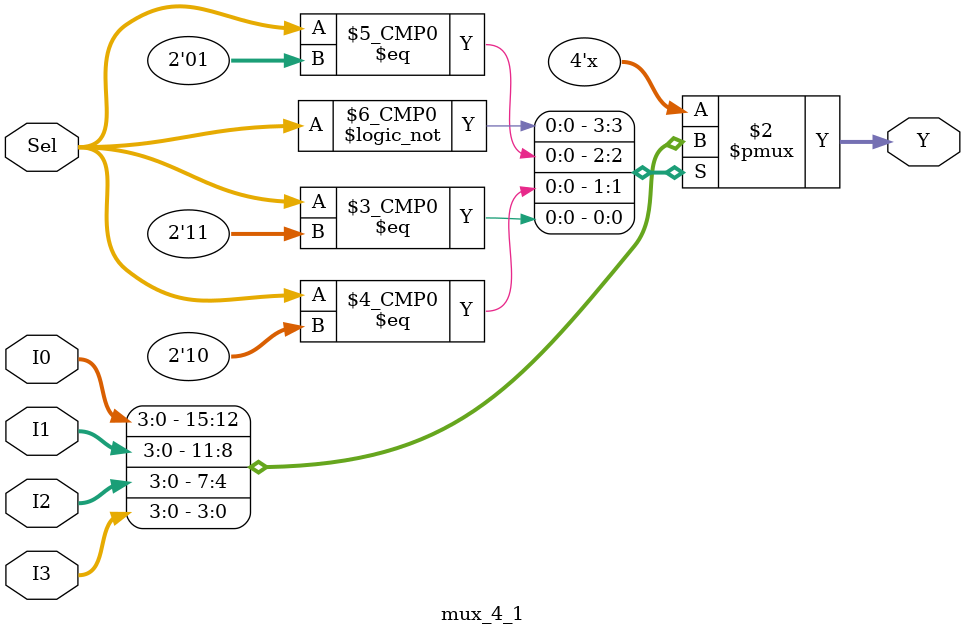
<source format=v>
`timescale 1ns / 1ps

module mux_4_1(
   input [1:0] Sel, 
   input [3:0] I0, 
   input [3:0] I1, 
   input [3:0] I2,
   input [3:0] I3,
   output reg [3:0] Y
   );

always @ (Sel, I0, I1)
begin
   case (Sel)
       2'd0:
           Y = I0;
       2'd1:
           Y = I1;
       2'd2:
           Y = I2;
       2'd3:
           Y = I3;
       default:
           Y = 2'd0;
   endcase
end 
endmodule
</source>
